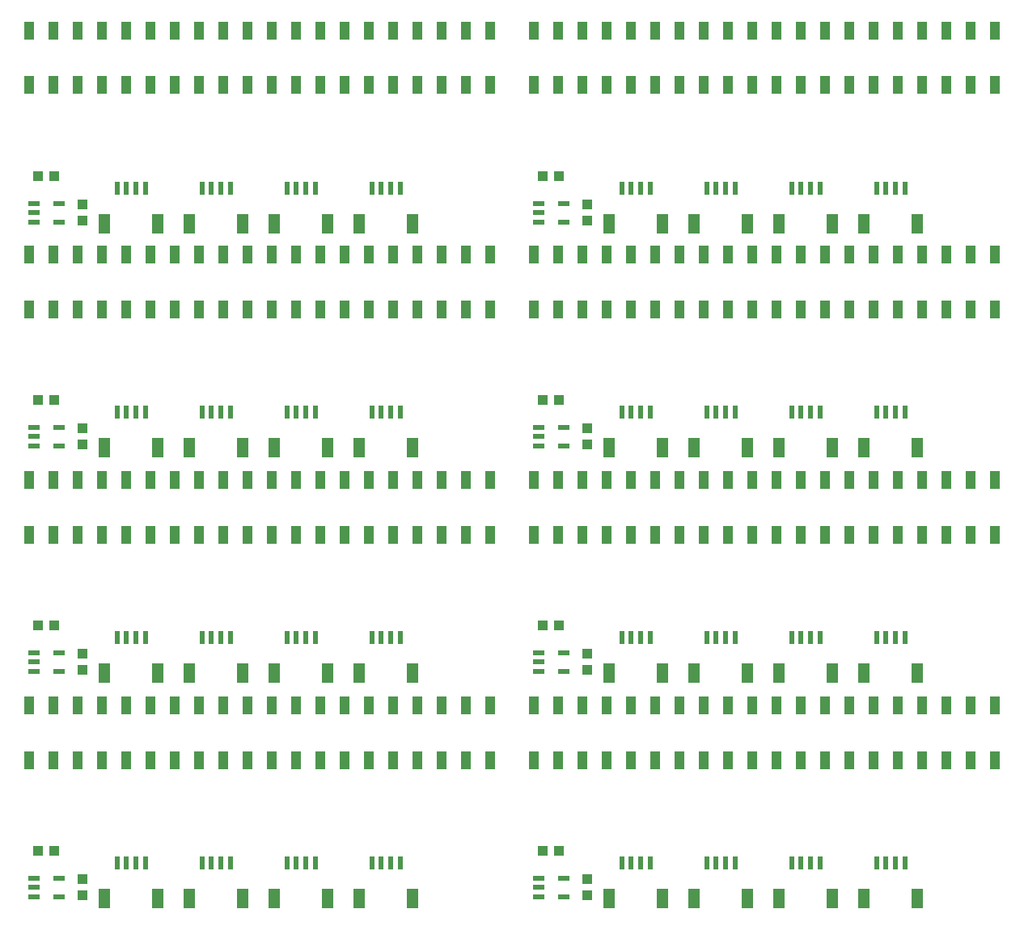
<source format=gtp>
G75*
%MOIN*%
%OFA0B0*%
%FSLAX25Y25*%
%IPPOS*%
%LPD*%
%AMOC8*
5,1,8,0,0,1.08239X$1,22.5*
%
%ADD10R,0.04724X0.07874*%
%ADD11R,0.02362X0.05315*%
%ADD12R,0.04016X0.07362*%
%ADD13R,0.04331X0.03937*%
%ADD14R,0.03937X0.04331*%
%ADD15R,0.04724X0.02165*%
D10*
X0142310Y0023865D03*
X0164357Y0023865D03*
X0177310Y0023865D03*
X0199357Y0023865D03*
X0212310Y0023865D03*
X0234357Y0023865D03*
X0247313Y0023865D03*
X0269360Y0023865D03*
X0350310Y0023865D03*
X0372357Y0023865D03*
X0385310Y0023865D03*
X0407357Y0023865D03*
X0420310Y0023865D03*
X0442357Y0023865D03*
X0455313Y0023865D03*
X0477360Y0023865D03*
X0477360Y0116865D03*
X0455313Y0116865D03*
X0442357Y0116865D03*
X0420310Y0116865D03*
X0407357Y0116865D03*
X0385310Y0116865D03*
X0372357Y0116865D03*
X0350310Y0116865D03*
X0269360Y0116865D03*
X0247313Y0116865D03*
X0234357Y0116865D03*
X0212310Y0116865D03*
X0199357Y0116865D03*
X0177310Y0116865D03*
X0164357Y0116865D03*
X0142310Y0116865D03*
X0142310Y0209865D03*
X0164357Y0209865D03*
X0177310Y0209865D03*
X0199357Y0209865D03*
X0212310Y0209865D03*
X0234357Y0209865D03*
X0247313Y0209865D03*
X0269360Y0209865D03*
X0350310Y0209865D03*
X0372357Y0209865D03*
X0385310Y0209865D03*
X0407357Y0209865D03*
X0420310Y0209865D03*
X0442357Y0209865D03*
X0455313Y0209865D03*
X0477360Y0209865D03*
X0477360Y0302212D03*
X0455313Y0302212D03*
X0442357Y0302211D03*
X0420310Y0302211D03*
X0407357Y0302211D03*
X0385310Y0302211D03*
X0372357Y0302211D03*
X0350310Y0302211D03*
X0269360Y0302212D03*
X0247313Y0302212D03*
X0234357Y0302211D03*
X0212310Y0302211D03*
X0199357Y0302211D03*
X0177310Y0302211D03*
X0164357Y0302211D03*
X0142310Y0302211D03*
D11*
X0147428Y0316680D03*
X0151365Y0316680D03*
X0155302Y0316680D03*
X0159239Y0316680D03*
X0182428Y0316680D03*
X0186365Y0316680D03*
X0190302Y0316680D03*
X0194239Y0316680D03*
X0217428Y0316680D03*
X0221365Y0316680D03*
X0225302Y0316680D03*
X0229239Y0316680D03*
X0252431Y0316680D03*
X0256368Y0316680D03*
X0260305Y0316680D03*
X0264242Y0316680D03*
X0355428Y0316680D03*
X0359365Y0316680D03*
X0363302Y0316680D03*
X0367239Y0316680D03*
X0390428Y0316680D03*
X0394365Y0316680D03*
X0398302Y0316680D03*
X0402239Y0316680D03*
X0425428Y0316680D03*
X0429365Y0316680D03*
X0433302Y0316680D03*
X0437239Y0316680D03*
X0460431Y0316680D03*
X0464368Y0316680D03*
X0468305Y0316680D03*
X0472242Y0316680D03*
X0472242Y0224334D03*
X0468305Y0224334D03*
X0464368Y0224334D03*
X0460431Y0224334D03*
X0437239Y0224333D03*
X0433302Y0224333D03*
X0429365Y0224333D03*
X0425428Y0224333D03*
X0402239Y0224333D03*
X0398302Y0224333D03*
X0394365Y0224333D03*
X0390428Y0224333D03*
X0367239Y0224333D03*
X0363302Y0224333D03*
X0359365Y0224333D03*
X0355428Y0224333D03*
X0264242Y0224334D03*
X0260305Y0224334D03*
X0256368Y0224334D03*
X0252431Y0224334D03*
X0229239Y0224333D03*
X0225302Y0224333D03*
X0221365Y0224333D03*
X0217428Y0224333D03*
X0194239Y0224333D03*
X0190302Y0224333D03*
X0186365Y0224333D03*
X0182428Y0224333D03*
X0159239Y0224333D03*
X0155302Y0224333D03*
X0151365Y0224333D03*
X0147428Y0224333D03*
X0147428Y0131333D03*
X0151365Y0131333D03*
X0155302Y0131333D03*
X0159239Y0131333D03*
X0182428Y0131333D03*
X0186365Y0131333D03*
X0190302Y0131333D03*
X0194239Y0131333D03*
X0217428Y0131333D03*
X0221365Y0131333D03*
X0225302Y0131333D03*
X0229239Y0131333D03*
X0252431Y0131334D03*
X0256368Y0131334D03*
X0260305Y0131334D03*
X0264242Y0131334D03*
X0355428Y0131333D03*
X0359365Y0131333D03*
X0363302Y0131333D03*
X0367239Y0131333D03*
X0390428Y0131333D03*
X0394365Y0131333D03*
X0398302Y0131333D03*
X0402239Y0131333D03*
X0425428Y0131333D03*
X0429365Y0131333D03*
X0433302Y0131333D03*
X0437239Y0131333D03*
X0460431Y0131334D03*
X0464368Y0131334D03*
X0468305Y0131334D03*
X0472242Y0131334D03*
X0472242Y0038334D03*
X0468305Y0038334D03*
X0464368Y0038334D03*
X0460431Y0038334D03*
X0437239Y0038333D03*
X0433302Y0038333D03*
X0429365Y0038333D03*
X0425428Y0038333D03*
X0402239Y0038333D03*
X0398302Y0038333D03*
X0394365Y0038333D03*
X0390428Y0038333D03*
X0367239Y0038333D03*
X0363302Y0038333D03*
X0359365Y0038333D03*
X0355428Y0038333D03*
X0264242Y0038334D03*
X0260305Y0038334D03*
X0256368Y0038334D03*
X0252431Y0038334D03*
X0229239Y0038333D03*
X0225302Y0038333D03*
X0221365Y0038333D03*
X0217428Y0038333D03*
X0194239Y0038333D03*
X0190302Y0038333D03*
X0186365Y0038333D03*
X0182428Y0038333D03*
X0159239Y0038333D03*
X0155302Y0038333D03*
X0151365Y0038333D03*
X0147428Y0038333D03*
D12*
X0111286Y0080951D03*
X0121286Y0080951D03*
X0131286Y0080951D03*
X0141286Y0080951D03*
X0151286Y0080951D03*
X0161286Y0080951D03*
X0171286Y0080951D03*
X0181286Y0080951D03*
X0191286Y0080951D03*
X0201286Y0080951D03*
X0211286Y0080951D03*
X0221286Y0080951D03*
X0231286Y0080951D03*
X0241286Y0080951D03*
X0251286Y0080951D03*
X0261286Y0080951D03*
X0271286Y0080951D03*
X0281286Y0080951D03*
X0291286Y0080951D03*
X0301286Y0080951D03*
X0319286Y0080951D03*
X0329286Y0080951D03*
X0339286Y0080951D03*
X0349286Y0080951D03*
X0359286Y0080951D03*
X0369286Y0080951D03*
X0379286Y0080951D03*
X0389286Y0080951D03*
X0399286Y0080951D03*
X0409286Y0080951D03*
X0419286Y0080951D03*
X0429286Y0080951D03*
X0439286Y0080951D03*
X0449286Y0080951D03*
X0459286Y0080951D03*
X0469286Y0080951D03*
X0479286Y0080951D03*
X0489286Y0080951D03*
X0499286Y0080951D03*
X0509286Y0080951D03*
X0509286Y0103510D03*
X0499286Y0103510D03*
X0489286Y0103510D03*
X0479286Y0103510D03*
X0469286Y0103510D03*
X0459286Y0103510D03*
X0449286Y0103510D03*
X0439286Y0103510D03*
X0429286Y0103510D03*
X0419286Y0103510D03*
X0409286Y0103510D03*
X0399286Y0103510D03*
X0389286Y0103510D03*
X0379286Y0103510D03*
X0369286Y0103510D03*
X0359286Y0103510D03*
X0349286Y0103510D03*
X0339286Y0103510D03*
X0329286Y0103510D03*
X0319286Y0103510D03*
X0301286Y0103510D03*
X0291286Y0103510D03*
X0281286Y0103510D03*
X0271286Y0103510D03*
X0261286Y0103510D03*
X0251286Y0103510D03*
X0241286Y0103510D03*
X0231286Y0103510D03*
X0221286Y0103510D03*
X0211286Y0103510D03*
X0201286Y0103510D03*
X0191286Y0103510D03*
X0181286Y0103510D03*
X0171286Y0103510D03*
X0161286Y0103510D03*
X0151286Y0103510D03*
X0141286Y0103510D03*
X0131286Y0103510D03*
X0121286Y0103510D03*
X0111286Y0103510D03*
X0111286Y0173951D03*
X0121286Y0173951D03*
X0131286Y0173951D03*
X0141286Y0173951D03*
X0151286Y0173951D03*
X0161286Y0173951D03*
X0171286Y0173951D03*
X0181286Y0173951D03*
X0191286Y0173951D03*
X0201286Y0173951D03*
X0211286Y0173951D03*
X0221286Y0173951D03*
X0231286Y0173951D03*
X0241286Y0173951D03*
X0251286Y0173951D03*
X0261286Y0173951D03*
X0271286Y0173951D03*
X0281286Y0173951D03*
X0291286Y0173951D03*
X0301286Y0173951D03*
X0319286Y0173951D03*
X0329286Y0173951D03*
X0339286Y0173951D03*
X0349286Y0173951D03*
X0359286Y0173951D03*
X0369286Y0173951D03*
X0379286Y0173951D03*
X0389286Y0173951D03*
X0399286Y0173951D03*
X0409286Y0173951D03*
X0419286Y0173951D03*
X0429286Y0173951D03*
X0439286Y0173951D03*
X0449286Y0173951D03*
X0459286Y0173951D03*
X0469286Y0173951D03*
X0479286Y0173951D03*
X0489286Y0173951D03*
X0499286Y0173951D03*
X0509286Y0173951D03*
X0509286Y0196510D03*
X0499286Y0196510D03*
X0489286Y0196510D03*
X0479286Y0196510D03*
X0469286Y0196510D03*
X0459286Y0196510D03*
X0449286Y0196510D03*
X0439286Y0196510D03*
X0429286Y0196510D03*
X0419286Y0196510D03*
X0409286Y0196510D03*
X0399286Y0196510D03*
X0389286Y0196510D03*
X0379286Y0196510D03*
X0369286Y0196510D03*
X0359286Y0196510D03*
X0349286Y0196510D03*
X0339286Y0196510D03*
X0329286Y0196510D03*
X0319286Y0196510D03*
X0301286Y0196510D03*
X0291286Y0196510D03*
X0281286Y0196510D03*
X0271286Y0196510D03*
X0261286Y0196510D03*
X0251286Y0196510D03*
X0241286Y0196510D03*
X0231286Y0196510D03*
X0221286Y0196510D03*
X0211286Y0196510D03*
X0201286Y0196510D03*
X0191286Y0196510D03*
X0181286Y0196510D03*
X0171286Y0196510D03*
X0161286Y0196510D03*
X0151286Y0196510D03*
X0141286Y0196510D03*
X0131286Y0196510D03*
X0121286Y0196510D03*
X0111286Y0196510D03*
X0111286Y0266951D03*
X0121286Y0266951D03*
X0131286Y0266951D03*
X0141286Y0266951D03*
X0151286Y0266951D03*
X0161286Y0266951D03*
X0171286Y0266951D03*
X0181286Y0266951D03*
X0191286Y0266951D03*
X0201286Y0266951D03*
X0211286Y0266951D03*
X0221286Y0266951D03*
X0231286Y0266951D03*
X0241286Y0266951D03*
X0251286Y0266951D03*
X0261286Y0266951D03*
X0271286Y0266951D03*
X0281286Y0266951D03*
X0291286Y0266951D03*
X0301286Y0266951D03*
X0319286Y0266951D03*
X0329286Y0266951D03*
X0339286Y0266951D03*
X0349286Y0266951D03*
X0359286Y0266951D03*
X0369286Y0266951D03*
X0379286Y0266951D03*
X0389286Y0266951D03*
X0399286Y0266951D03*
X0409286Y0266951D03*
X0419286Y0266951D03*
X0429286Y0266951D03*
X0439286Y0266951D03*
X0449286Y0266951D03*
X0459286Y0266951D03*
X0469286Y0266951D03*
X0479286Y0266951D03*
X0489286Y0266951D03*
X0499286Y0266951D03*
X0509286Y0266951D03*
X0509286Y0289510D03*
X0499286Y0289510D03*
X0489286Y0289510D03*
X0479286Y0289510D03*
X0469286Y0289510D03*
X0459286Y0289510D03*
X0449286Y0289510D03*
X0439286Y0289510D03*
X0429286Y0289510D03*
X0419286Y0289510D03*
X0409286Y0289510D03*
X0399286Y0289510D03*
X0389286Y0289510D03*
X0379286Y0289510D03*
X0369286Y0289510D03*
X0359286Y0289510D03*
X0349286Y0289510D03*
X0339286Y0289510D03*
X0329286Y0289510D03*
X0319286Y0289510D03*
X0301286Y0289510D03*
X0291286Y0289510D03*
X0281286Y0289510D03*
X0271286Y0289510D03*
X0261286Y0289510D03*
X0251286Y0289510D03*
X0241286Y0289510D03*
X0231286Y0289510D03*
X0221286Y0289510D03*
X0211286Y0289510D03*
X0201286Y0289510D03*
X0191286Y0289510D03*
X0181286Y0289510D03*
X0171286Y0289510D03*
X0161286Y0289510D03*
X0151286Y0289510D03*
X0141286Y0289510D03*
X0131286Y0289510D03*
X0121286Y0289510D03*
X0111286Y0289510D03*
X0111286Y0359298D03*
X0121286Y0359298D03*
X0131286Y0359298D03*
X0141286Y0359298D03*
X0151286Y0359298D03*
X0161286Y0359298D03*
X0171286Y0359298D03*
X0181286Y0359298D03*
X0191286Y0359298D03*
X0201286Y0359298D03*
X0211286Y0359298D03*
X0221286Y0359298D03*
X0231286Y0359298D03*
X0241286Y0359298D03*
X0251286Y0359298D03*
X0261286Y0359298D03*
X0271286Y0359298D03*
X0281286Y0359298D03*
X0291286Y0359298D03*
X0301286Y0359298D03*
X0319286Y0359298D03*
X0329286Y0359298D03*
X0339286Y0359298D03*
X0349286Y0359298D03*
X0359286Y0359298D03*
X0369286Y0359298D03*
X0379286Y0359298D03*
X0389286Y0359298D03*
X0399286Y0359298D03*
X0409286Y0359298D03*
X0419286Y0359298D03*
X0429286Y0359298D03*
X0439286Y0359298D03*
X0449286Y0359298D03*
X0459286Y0359298D03*
X0469286Y0359298D03*
X0479286Y0359298D03*
X0489286Y0359298D03*
X0499286Y0359298D03*
X0509286Y0359298D03*
X0509286Y0381857D03*
X0499286Y0381857D03*
X0489286Y0381857D03*
X0479286Y0381857D03*
X0469286Y0381857D03*
X0459286Y0381857D03*
X0449286Y0381857D03*
X0439286Y0381857D03*
X0429286Y0381857D03*
X0419286Y0381857D03*
X0409286Y0381857D03*
X0399286Y0381857D03*
X0389286Y0381857D03*
X0379286Y0381857D03*
X0369286Y0381857D03*
X0359286Y0381857D03*
X0349286Y0381857D03*
X0339286Y0381857D03*
X0329286Y0381857D03*
X0319286Y0381857D03*
X0301286Y0381857D03*
X0291286Y0381857D03*
X0281286Y0381857D03*
X0271286Y0381857D03*
X0261286Y0381857D03*
X0251286Y0381857D03*
X0241286Y0381857D03*
X0231286Y0381857D03*
X0221286Y0381857D03*
X0211286Y0381857D03*
X0201286Y0381857D03*
X0191286Y0381857D03*
X0181286Y0381857D03*
X0171286Y0381857D03*
X0161286Y0381857D03*
X0151286Y0381857D03*
X0141286Y0381857D03*
X0131286Y0381857D03*
X0121286Y0381857D03*
X0111286Y0381857D03*
D13*
X0114987Y0321680D03*
X0121680Y0321680D03*
X0121680Y0229333D03*
X0114987Y0229333D03*
X0114987Y0136333D03*
X0121680Y0136333D03*
X0121680Y0043333D03*
X0114987Y0043333D03*
X0322987Y0043333D03*
X0329680Y0043333D03*
X0329680Y0136333D03*
X0322987Y0136333D03*
X0322987Y0229333D03*
X0329680Y0229333D03*
X0329680Y0321680D03*
X0322987Y0321680D03*
D14*
X0341333Y0310026D03*
X0341333Y0303333D03*
X0341333Y0217680D03*
X0341333Y0210987D03*
X0341333Y0124680D03*
X0341333Y0117987D03*
X0341333Y0031680D03*
X0341333Y0024987D03*
X0133333Y0024987D03*
X0133333Y0031680D03*
X0133333Y0117987D03*
X0133333Y0124680D03*
X0133333Y0210987D03*
X0133333Y0217680D03*
X0133333Y0303333D03*
X0133333Y0310026D03*
D15*
X0123452Y0310420D03*
X0123452Y0302940D03*
X0113215Y0302940D03*
X0113215Y0306680D03*
X0113215Y0310420D03*
X0113215Y0218073D03*
X0113215Y0214333D03*
X0113215Y0210593D03*
X0123452Y0210593D03*
X0123452Y0218073D03*
X0123452Y0125073D03*
X0123452Y0117593D03*
X0113215Y0117593D03*
X0113215Y0121333D03*
X0113215Y0125073D03*
X0113215Y0032073D03*
X0113215Y0028333D03*
X0113215Y0024593D03*
X0123452Y0024593D03*
X0123452Y0032073D03*
X0321215Y0032073D03*
X0321215Y0028333D03*
X0321215Y0024593D03*
X0331452Y0024593D03*
X0331452Y0032073D03*
X0331452Y0117593D03*
X0331452Y0125073D03*
X0321215Y0125073D03*
X0321215Y0121333D03*
X0321215Y0117593D03*
X0321215Y0210593D03*
X0321215Y0214333D03*
X0321215Y0218073D03*
X0331452Y0218073D03*
X0331452Y0210593D03*
X0331452Y0302940D03*
X0331452Y0310420D03*
X0321215Y0310420D03*
X0321215Y0306680D03*
X0321215Y0302940D03*
M02*

</source>
